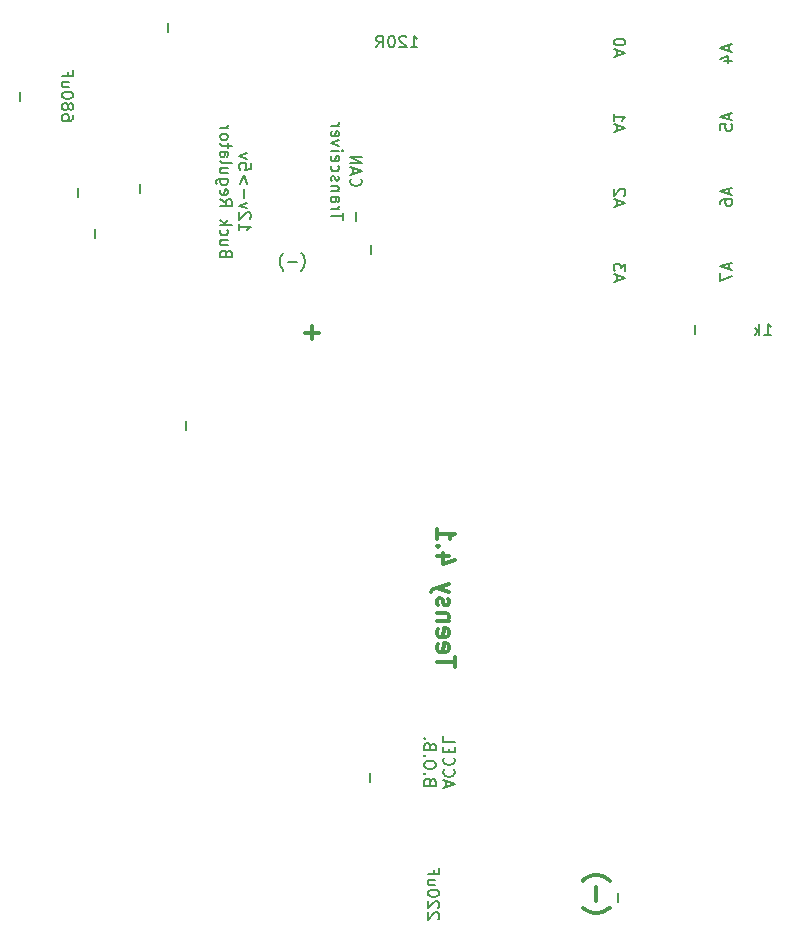
<source format=gbr>
%TF.GenerationSoftware,KiCad,Pcbnew,(6.0.1)*%
%TF.CreationDate,2022-03-26T18:04:58-07:00*%
%TF.ProjectId,data_logger_wsu_racing_v0.3.kicad_pro,64617461-5f6c-46f6-9767-65725f777375,rev?*%
%TF.SameCoordinates,Original*%
%TF.FileFunction,Legend,Bot*%
%TF.FilePolarity,Positive*%
%FSLAX46Y46*%
G04 Gerber Fmt 4.6, Leading zero omitted, Abs format (unit mm)*
G04 Created by KiCad (PCBNEW (6.0.1)) date 2022-03-26 18:04:58*
%MOMM*%
%LPD*%
G01*
G04 APERTURE LIST*
%ADD10C,0.300000*%
%ADD11C,0.150000*%
G04 APERTURE END LIST*
D10*
X105390000Y-119253142D02*
X105318571Y-119181714D01*
X105104285Y-119038857D01*
X104961428Y-118967428D01*
X104747142Y-118896000D01*
X104390000Y-118824571D01*
X104104285Y-118824571D01*
X103747142Y-118896000D01*
X103532857Y-118967428D01*
X103390000Y-119038857D01*
X103175714Y-119181714D01*
X103104285Y-119253142D01*
X104247142Y-119824571D02*
X104247142Y-120967428D01*
X105390000Y-121538857D02*
X105318571Y-121610285D01*
X105104285Y-121753142D01*
X104961428Y-121824571D01*
X104747142Y-121896000D01*
X104390000Y-121967428D01*
X104104285Y-121967428D01*
X103747142Y-121896000D01*
X103532857Y-121824571D01*
X103390000Y-121753142D01*
X103175714Y-121610285D01*
X103104285Y-121538857D01*
D11*
X65603428Y-61070217D02*
X65603428Y-60308312D01*
X55443428Y-53212952D02*
X55443428Y-52451047D01*
X118483047Y-73096380D02*
X119054476Y-73096380D01*
X118768761Y-73096380D02*
X118768761Y-72096380D01*
X118864000Y-72239238D01*
X118959238Y-72334476D01*
X119054476Y-72382095D01*
X118054476Y-73096380D02*
X118054476Y-72096380D01*
X117959238Y-72715428D02*
X117673523Y-73096380D01*
X117673523Y-72429714D02*
X118054476Y-72810666D01*
X61812742Y-64891010D02*
X61812742Y-64129105D01*
X106012026Y-49399115D02*
X106012026Y-48922925D01*
X105726312Y-49494353D02*
X106726312Y-49161020D01*
X105726312Y-48827687D01*
X106726312Y-48303877D02*
X106726312Y-48208639D01*
X106678693Y-48113401D01*
X106631073Y-48065782D01*
X106535835Y-48018163D01*
X106345359Y-47970544D01*
X106107264Y-47970544D01*
X105916788Y-48018163D01*
X105821550Y-48065782D01*
X105773931Y-48113401D01*
X105726312Y-48208639D01*
X105726312Y-48303877D01*
X105773931Y-48399115D01*
X105821550Y-48446734D01*
X105916788Y-48494353D01*
X106107264Y-48541972D01*
X106345359Y-48541972D01*
X106535835Y-48494353D01*
X106631073Y-48446734D01*
X106678693Y-48399115D01*
X106726312Y-48303877D01*
X79279820Y-66078939D02*
X79327439Y-66126558D01*
X79422677Y-66269415D01*
X79470296Y-66364653D01*
X79517916Y-66507511D01*
X79565535Y-66745606D01*
X79565535Y-66936082D01*
X79517916Y-67174177D01*
X79470296Y-67317034D01*
X79422677Y-67412273D01*
X79327439Y-67555130D01*
X79279820Y-67602749D01*
X78898868Y-66840844D02*
X78136963Y-66840844D01*
X77756011Y-66078939D02*
X77708392Y-66126558D01*
X77613154Y-66269415D01*
X77565535Y-66364653D01*
X77517916Y-66507511D01*
X77470296Y-66745606D01*
X77470296Y-66936082D01*
X77517916Y-67174177D01*
X77565535Y-67317034D01*
X77613154Y-67412273D01*
X77708392Y-67555130D01*
X77756011Y-67602749D01*
X83891428Y-63372952D02*
X83891428Y-62611047D01*
X115487621Y-60675013D02*
X115487621Y-61151203D01*
X115773335Y-60579775D02*
X114773335Y-60913108D01*
X115773335Y-61246441D01*
X114773335Y-62008346D02*
X114773335Y-61817870D01*
X114820955Y-61722632D01*
X114868574Y-61675013D01*
X115011431Y-61579775D01*
X115201907Y-61532156D01*
X115582859Y-61532156D01*
X115678097Y-61579775D01*
X115725716Y-61627394D01*
X115773335Y-61722632D01*
X115773335Y-61913108D01*
X115725716Y-62008346D01*
X115678097Y-62055965D01*
X115582859Y-62103584D01*
X115344764Y-62103584D01*
X115249526Y-62055965D01*
X115201907Y-62008346D01*
X115154288Y-61913108D01*
X115154288Y-61722632D01*
X115201907Y-61627394D01*
X115249526Y-61579775D01*
X115344764Y-61532156D01*
X115487621Y-67021552D02*
X115487621Y-67497742D01*
X115773335Y-66926314D02*
X114773335Y-67259647D01*
X115773335Y-67592980D01*
X114773335Y-67831076D02*
X114773335Y-68497742D01*
X115773335Y-68069171D01*
X74012619Y-63626666D02*
X74012619Y-64198095D01*
X74012619Y-63912380D02*
X75012619Y-63912380D01*
X74869761Y-64007619D01*
X74774523Y-64102857D01*
X74726904Y-64198095D01*
X74917380Y-63245714D02*
X74965000Y-63198095D01*
X75012619Y-63102857D01*
X75012619Y-62864761D01*
X74965000Y-62769523D01*
X74917380Y-62721904D01*
X74822142Y-62674285D01*
X74726904Y-62674285D01*
X74584047Y-62721904D01*
X74012619Y-63293333D01*
X74012619Y-62674285D01*
X74679285Y-62340952D02*
X74012619Y-62102857D01*
X74679285Y-61864761D01*
X74393571Y-61483809D02*
X74393571Y-60721904D01*
X74679285Y-60245714D02*
X74393571Y-59483809D01*
X74107857Y-60245714D01*
X75012619Y-58531428D02*
X75012619Y-59007619D01*
X74536428Y-59055238D01*
X74584047Y-59007619D01*
X74631666Y-58912380D01*
X74631666Y-58674285D01*
X74584047Y-58579047D01*
X74536428Y-58531428D01*
X74441190Y-58483809D01*
X74203095Y-58483809D01*
X74107857Y-58531428D01*
X74060238Y-58579047D01*
X74012619Y-58674285D01*
X74012619Y-58912380D01*
X74060238Y-59007619D01*
X74107857Y-59055238D01*
X74679285Y-58150476D02*
X74012619Y-57912380D01*
X74679285Y-57674285D01*
X72926428Y-66150476D02*
X72878809Y-66007619D01*
X72831190Y-65960000D01*
X72735952Y-65912380D01*
X72593095Y-65912380D01*
X72497857Y-65960000D01*
X72450238Y-66007619D01*
X72402619Y-66102857D01*
X72402619Y-66483809D01*
X73402619Y-66483809D01*
X73402619Y-66150476D01*
X73355000Y-66055238D01*
X73307380Y-66007619D01*
X73212142Y-65960000D01*
X73116904Y-65960000D01*
X73021666Y-66007619D01*
X72974047Y-66055238D01*
X72926428Y-66150476D01*
X72926428Y-66483809D01*
X73069285Y-65055238D02*
X72402619Y-65055238D01*
X73069285Y-65483809D02*
X72545476Y-65483809D01*
X72450238Y-65436190D01*
X72402619Y-65340952D01*
X72402619Y-65198095D01*
X72450238Y-65102857D01*
X72497857Y-65055238D01*
X72450238Y-64150476D02*
X72402619Y-64245714D01*
X72402619Y-64436190D01*
X72450238Y-64531428D01*
X72497857Y-64579047D01*
X72593095Y-64626666D01*
X72878809Y-64626666D01*
X72974047Y-64579047D01*
X73021666Y-64531428D01*
X73069285Y-64436190D01*
X73069285Y-64245714D01*
X73021666Y-64150476D01*
X72402619Y-63721904D02*
X73402619Y-63721904D01*
X72783571Y-63626666D02*
X72402619Y-63340952D01*
X73069285Y-63340952D02*
X72688333Y-63721904D01*
X72402619Y-61579047D02*
X72878809Y-61912380D01*
X72402619Y-62150476D02*
X73402619Y-62150476D01*
X73402619Y-61769523D01*
X73355000Y-61674285D01*
X73307380Y-61626666D01*
X73212142Y-61579047D01*
X73069285Y-61579047D01*
X72974047Y-61626666D01*
X72926428Y-61674285D01*
X72878809Y-61769523D01*
X72878809Y-62150476D01*
X72450238Y-60769523D02*
X72402619Y-60864761D01*
X72402619Y-61055238D01*
X72450238Y-61150476D01*
X72545476Y-61198095D01*
X72926428Y-61198095D01*
X73021666Y-61150476D01*
X73069285Y-61055238D01*
X73069285Y-60864761D01*
X73021666Y-60769523D01*
X72926428Y-60721904D01*
X72831190Y-60721904D01*
X72735952Y-61198095D01*
X73069285Y-59864761D02*
X72259761Y-59864761D01*
X72164523Y-59912380D01*
X72116904Y-59960000D01*
X72069285Y-60055238D01*
X72069285Y-60198095D01*
X72116904Y-60293333D01*
X72450238Y-59864761D02*
X72402619Y-59960000D01*
X72402619Y-60150476D01*
X72450238Y-60245714D01*
X72497857Y-60293333D01*
X72593095Y-60340952D01*
X72878809Y-60340952D01*
X72974047Y-60293333D01*
X73021666Y-60245714D01*
X73069285Y-60150476D01*
X73069285Y-59960000D01*
X73021666Y-59864761D01*
X73069285Y-58960000D02*
X72402619Y-58960000D01*
X73069285Y-59388571D02*
X72545476Y-59388571D01*
X72450238Y-59340952D01*
X72402619Y-59245714D01*
X72402619Y-59102857D01*
X72450238Y-59007619D01*
X72497857Y-58960000D01*
X72402619Y-58340952D02*
X72450238Y-58436190D01*
X72545476Y-58483809D01*
X73402619Y-58483809D01*
X72402619Y-57531428D02*
X72926428Y-57531428D01*
X73021666Y-57579047D01*
X73069285Y-57674285D01*
X73069285Y-57864761D01*
X73021666Y-57960000D01*
X72450238Y-57531428D02*
X72402619Y-57626666D01*
X72402619Y-57864761D01*
X72450238Y-57960000D01*
X72545476Y-58007619D01*
X72640714Y-58007619D01*
X72735952Y-57960000D01*
X72783571Y-57864761D01*
X72783571Y-57626666D01*
X72831190Y-57531428D01*
X73069285Y-57198095D02*
X73069285Y-56817142D01*
X73402619Y-57055238D02*
X72545476Y-57055238D01*
X72450238Y-57007619D01*
X72402619Y-56912380D01*
X72402619Y-56817142D01*
X72402619Y-56340952D02*
X72450238Y-56436190D01*
X72497857Y-56483809D01*
X72593095Y-56531428D01*
X72878809Y-56531428D01*
X72974047Y-56483809D01*
X73021666Y-56436190D01*
X73069285Y-56340952D01*
X73069285Y-56198095D01*
X73021666Y-56102857D01*
X72974047Y-56055238D01*
X72878809Y-56007619D01*
X72593095Y-56007619D01*
X72497857Y-56055238D01*
X72450238Y-56102857D01*
X72402619Y-56198095D01*
X72402619Y-56340952D01*
X72402619Y-55579047D02*
X73069285Y-55579047D01*
X72878809Y-55579047D02*
X72974047Y-55531428D01*
X73021666Y-55483809D01*
X73069285Y-55388571D01*
X73069285Y-55293333D01*
X85094677Y-110890989D02*
X85094677Y-110129084D01*
X106012026Y-68458783D02*
X106012026Y-67982593D01*
X105726312Y-68554021D02*
X106726312Y-68220688D01*
X105726312Y-67887355D01*
X106726312Y-67649259D02*
X106726312Y-67030212D01*
X106345359Y-67363545D01*
X106345359Y-67220688D01*
X106297740Y-67125450D01*
X106250121Y-67077831D01*
X106154883Y-67030212D01*
X105916788Y-67030212D01*
X105821550Y-67077831D01*
X105773931Y-67125450D01*
X105726312Y-67220688D01*
X105726312Y-67506402D01*
X105773931Y-67601640D01*
X105821550Y-67649259D01*
X59983619Y-54474857D02*
X59983619Y-54665333D01*
X59936000Y-54760571D01*
X59888380Y-54808190D01*
X59745523Y-54903428D01*
X59555047Y-54951047D01*
X59174095Y-54951047D01*
X59078857Y-54903428D01*
X59031238Y-54855809D01*
X58983619Y-54760571D01*
X58983619Y-54570095D01*
X59031238Y-54474857D01*
X59078857Y-54427238D01*
X59174095Y-54379619D01*
X59412190Y-54379619D01*
X59507428Y-54427238D01*
X59555047Y-54474857D01*
X59602666Y-54570095D01*
X59602666Y-54760571D01*
X59555047Y-54855809D01*
X59507428Y-54903428D01*
X59412190Y-54951047D01*
X59555047Y-53808190D02*
X59602666Y-53903428D01*
X59650285Y-53951047D01*
X59745523Y-53998666D01*
X59793142Y-53998666D01*
X59888380Y-53951047D01*
X59936000Y-53903428D01*
X59983619Y-53808190D01*
X59983619Y-53617714D01*
X59936000Y-53522476D01*
X59888380Y-53474857D01*
X59793142Y-53427238D01*
X59745523Y-53427238D01*
X59650285Y-53474857D01*
X59602666Y-53522476D01*
X59555047Y-53617714D01*
X59555047Y-53808190D01*
X59507428Y-53903428D01*
X59459809Y-53951047D01*
X59364571Y-53998666D01*
X59174095Y-53998666D01*
X59078857Y-53951047D01*
X59031238Y-53903428D01*
X58983619Y-53808190D01*
X58983619Y-53617714D01*
X59031238Y-53522476D01*
X59078857Y-53474857D01*
X59174095Y-53427238D01*
X59364571Y-53427238D01*
X59459809Y-53474857D01*
X59507428Y-53522476D01*
X59555047Y-53617714D01*
X59983619Y-52808190D02*
X59983619Y-52712952D01*
X59936000Y-52617714D01*
X59888380Y-52570095D01*
X59793142Y-52522476D01*
X59602666Y-52474857D01*
X59364571Y-52474857D01*
X59174095Y-52522476D01*
X59078857Y-52570095D01*
X59031238Y-52617714D01*
X58983619Y-52712952D01*
X58983619Y-52808190D01*
X59031238Y-52903428D01*
X59078857Y-52951047D01*
X59174095Y-52998666D01*
X59364571Y-53046285D01*
X59602666Y-53046285D01*
X59793142Y-52998666D01*
X59888380Y-52951047D01*
X59936000Y-52903428D01*
X59983619Y-52808190D01*
X59650285Y-51617714D02*
X58983619Y-51617714D01*
X59650285Y-52046285D02*
X59126476Y-52046285D01*
X59031238Y-51998666D01*
X58983619Y-51903428D01*
X58983619Y-51760571D01*
X59031238Y-51665333D01*
X59078857Y-51617714D01*
X59507428Y-50808190D02*
X59507428Y-51141523D01*
X58983619Y-51141523D02*
X59983619Y-51141523D01*
X59983619Y-50665333D01*
X85161428Y-66166952D02*
X85161428Y-65405047D01*
X106012026Y-62112245D02*
X106012026Y-61636055D01*
X105726312Y-62207483D02*
X106726312Y-61874150D01*
X105726312Y-61540817D01*
X106631073Y-61255102D02*
X106678693Y-61207483D01*
X106726312Y-61112245D01*
X106726312Y-60874150D01*
X106678693Y-60778912D01*
X106631073Y-60731293D01*
X106535835Y-60683674D01*
X106440597Y-60683674D01*
X106297740Y-60731293D01*
X105726312Y-61302721D01*
X105726312Y-60683674D01*
X115482666Y-48561714D02*
X115482666Y-49037904D01*
X115768380Y-48466476D02*
X114768380Y-48799809D01*
X115768380Y-49133142D01*
X115101714Y-49895047D02*
X115768380Y-49895047D01*
X114720761Y-49656952D02*
X115435047Y-49418857D01*
X115435047Y-50037904D01*
X69525410Y-81131247D02*
X69525410Y-80369342D01*
D10*
X92261428Y-101178571D02*
X92261428Y-100321428D01*
X90761428Y-100750000D02*
X92261428Y-100750000D01*
X90832857Y-99250000D02*
X90761428Y-99392857D01*
X90761428Y-99678571D01*
X90832857Y-99821428D01*
X90975714Y-99892857D01*
X91547142Y-99892857D01*
X91690000Y-99821428D01*
X91761428Y-99678571D01*
X91761428Y-99392857D01*
X91690000Y-99250000D01*
X91547142Y-99178571D01*
X91404285Y-99178571D01*
X91261428Y-99892857D01*
X90832857Y-97964285D02*
X90761428Y-98107142D01*
X90761428Y-98392857D01*
X90832857Y-98535714D01*
X90975714Y-98607142D01*
X91547142Y-98607142D01*
X91690000Y-98535714D01*
X91761428Y-98392857D01*
X91761428Y-98107142D01*
X91690000Y-97964285D01*
X91547142Y-97892857D01*
X91404285Y-97892857D01*
X91261428Y-98607142D01*
X91761428Y-97250000D02*
X90761428Y-97250000D01*
X91618571Y-97250000D02*
X91690000Y-97178571D01*
X91761428Y-97035714D01*
X91761428Y-96821428D01*
X91690000Y-96678571D01*
X91547142Y-96607142D01*
X90761428Y-96607142D01*
X90832857Y-95964285D02*
X90761428Y-95821428D01*
X90761428Y-95535714D01*
X90832857Y-95392857D01*
X90975714Y-95321428D01*
X91047142Y-95321428D01*
X91190000Y-95392857D01*
X91261428Y-95535714D01*
X91261428Y-95750000D01*
X91332857Y-95892857D01*
X91475714Y-95964285D01*
X91547142Y-95964285D01*
X91690000Y-95892857D01*
X91761428Y-95750000D01*
X91761428Y-95535714D01*
X91690000Y-95392857D01*
X91761428Y-94821428D02*
X90761428Y-94464285D01*
X91761428Y-94107142D02*
X90761428Y-94464285D01*
X90404285Y-94607142D01*
X90332857Y-94678571D01*
X90261428Y-94821428D01*
X91761428Y-91750000D02*
X90761428Y-91750000D01*
X92332857Y-92107142D02*
X91261428Y-92464285D01*
X91261428Y-91535714D01*
X90904285Y-90964285D02*
X90832857Y-90892857D01*
X90761428Y-90964285D01*
X90832857Y-91035714D01*
X90904285Y-90964285D01*
X90761428Y-90964285D01*
X90761428Y-89464285D02*
X90761428Y-90321428D01*
X90761428Y-89892857D02*
X92261428Y-89892857D01*
X92047142Y-90035714D01*
X91904285Y-90178571D01*
X91832857Y-90321428D01*
D11*
X90876380Y-122515047D02*
X90924000Y-122467428D01*
X90971619Y-122372190D01*
X90971619Y-122134095D01*
X90924000Y-122038857D01*
X90876380Y-121991238D01*
X90781142Y-121943619D01*
X90685904Y-121943619D01*
X90543047Y-121991238D01*
X89971619Y-122562666D01*
X89971619Y-121943619D01*
X90876380Y-121562666D02*
X90924000Y-121515047D01*
X90971619Y-121419809D01*
X90971619Y-121181714D01*
X90924000Y-121086476D01*
X90876380Y-121038857D01*
X90781142Y-120991238D01*
X90685904Y-120991238D01*
X90543047Y-121038857D01*
X89971619Y-121610285D01*
X89971619Y-120991238D01*
X90971619Y-120372190D02*
X90971619Y-120276952D01*
X90924000Y-120181714D01*
X90876380Y-120134095D01*
X90781142Y-120086476D01*
X90590666Y-120038857D01*
X90352571Y-120038857D01*
X90162095Y-120086476D01*
X90066857Y-120134095D01*
X90019238Y-120181714D01*
X89971619Y-120276952D01*
X89971619Y-120372190D01*
X90019238Y-120467428D01*
X90066857Y-120515047D01*
X90162095Y-120562666D01*
X90352571Y-120610285D01*
X90590666Y-120610285D01*
X90781142Y-120562666D01*
X90876380Y-120515047D01*
X90924000Y-120467428D01*
X90971619Y-120372190D01*
X90638285Y-119181714D02*
X89971619Y-119181714D01*
X90638285Y-119610285D02*
X90114476Y-119610285D01*
X90019238Y-119562666D01*
X89971619Y-119467428D01*
X89971619Y-119324571D01*
X90019238Y-119229333D01*
X90066857Y-119181714D01*
X90495428Y-118372190D02*
X90495428Y-118705523D01*
X89971619Y-118705523D02*
X90971619Y-118705523D01*
X90971619Y-118229333D01*
D10*
X80746902Y-72854793D02*
X79604045Y-72854793D01*
X80175474Y-73426222D02*
X80175474Y-72283365D01*
D11*
X91570333Y-111315238D02*
X91570333Y-110839047D01*
X91284619Y-111410476D02*
X92284619Y-111077142D01*
X91284619Y-110743809D01*
X91379857Y-109839047D02*
X91332238Y-109886666D01*
X91284619Y-110029523D01*
X91284619Y-110124761D01*
X91332238Y-110267619D01*
X91427476Y-110362857D01*
X91522714Y-110410476D01*
X91713190Y-110458095D01*
X91856047Y-110458095D01*
X92046523Y-110410476D01*
X92141761Y-110362857D01*
X92237000Y-110267619D01*
X92284619Y-110124761D01*
X92284619Y-110029523D01*
X92237000Y-109886666D01*
X92189380Y-109839047D01*
X91379857Y-108839047D02*
X91332238Y-108886666D01*
X91284619Y-109029523D01*
X91284619Y-109124761D01*
X91332238Y-109267619D01*
X91427476Y-109362857D01*
X91522714Y-109410476D01*
X91713190Y-109458095D01*
X91856047Y-109458095D01*
X92046523Y-109410476D01*
X92141761Y-109362857D01*
X92237000Y-109267619D01*
X92284619Y-109124761D01*
X92284619Y-109029523D01*
X92237000Y-108886666D01*
X92189380Y-108839047D01*
X91808428Y-108410476D02*
X91808428Y-108077142D01*
X91284619Y-107934285D02*
X91284619Y-108410476D01*
X92284619Y-108410476D01*
X92284619Y-107934285D01*
X91284619Y-107029523D02*
X91284619Y-107505714D01*
X92284619Y-107505714D01*
X90198428Y-110886666D02*
X90150809Y-110743809D01*
X90103190Y-110696190D01*
X90007952Y-110648571D01*
X89865095Y-110648571D01*
X89769857Y-110696190D01*
X89722238Y-110743809D01*
X89674619Y-110839047D01*
X89674619Y-111220000D01*
X90674619Y-111220000D01*
X90674619Y-110886666D01*
X90627000Y-110791428D01*
X90579380Y-110743809D01*
X90484142Y-110696190D01*
X90388904Y-110696190D01*
X90293666Y-110743809D01*
X90246047Y-110791428D01*
X90198428Y-110886666D01*
X90198428Y-111220000D01*
X89769857Y-110220000D02*
X89722238Y-110172380D01*
X89674619Y-110220000D01*
X89722238Y-110267619D01*
X89769857Y-110220000D01*
X89674619Y-110220000D01*
X90674619Y-109553333D02*
X90674619Y-109362857D01*
X90627000Y-109267619D01*
X90531761Y-109172380D01*
X90341285Y-109124761D01*
X90007952Y-109124761D01*
X89817476Y-109172380D01*
X89722238Y-109267619D01*
X89674619Y-109362857D01*
X89674619Y-109553333D01*
X89722238Y-109648571D01*
X89817476Y-109743809D01*
X90007952Y-109791428D01*
X90341285Y-109791428D01*
X90531761Y-109743809D01*
X90627000Y-109648571D01*
X90674619Y-109553333D01*
X89769857Y-108696190D02*
X89722238Y-108648571D01*
X89674619Y-108696190D01*
X89722238Y-108743809D01*
X89769857Y-108696190D01*
X89674619Y-108696190D01*
X90198428Y-107886666D02*
X90150809Y-107743809D01*
X90103190Y-107696190D01*
X90007952Y-107648571D01*
X89865095Y-107648571D01*
X89769857Y-107696190D01*
X89722238Y-107743809D01*
X89674619Y-107839047D01*
X89674619Y-108220000D01*
X90674619Y-108220000D01*
X90674619Y-107886666D01*
X90627000Y-107791428D01*
X90579380Y-107743809D01*
X90484142Y-107696190D01*
X90388904Y-107696190D01*
X90293666Y-107743809D01*
X90246047Y-107791428D01*
X90198428Y-107886666D01*
X90198428Y-108220000D01*
X89769857Y-107220000D02*
X89722238Y-107172380D01*
X89674619Y-107220000D01*
X89722238Y-107267619D01*
X89769857Y-107220000D01*
X89674619Y-107220000D01*
X88542666Y-48712380D02*
X89114095Y-48712380D01*
X88828380Y-48712380D02*
X88828380Y-47712380D01*
X88923619Y-47855238D01*
X89018857Y-47950476D01*
X89114095Y-47998095D01*
X88161714Y-47807619D02*
X88114095Y-47760000D01*
X88018857Y-47712380D01*
X87780761Y-47712380D01*
X87685523Y-47760000D01*
X87637904Y-47807619D01*
X87590285Y-47902857D01*
X87590285Y-47998095D01*
X87637904Y-48140952D01*
X88209333Y-48712380D01*
X87590285Y-48712380D01*
X86971238Y-47712380D02*
X86876000Y-47712380D01*
X86780761Y-47760000D01*
X86733142Y-47807619D01*
X86685523Y-47902857D01*
X86637904Y-48093333D01*
X86637904Y-48331428D01*
X86685523Y-48521904D01*
X86733142Y-48617142D01*
X86780761Y-48664761D01*
X86876000Y-48712380D01*
X86971238Y-48712380D01*
X87066476Y-48664761D01*
X87114095Y-48617142D01*
X87161714Y-48521904D01*
X87209333Y-48331428D01*
X87209333Y-48093333D01*
X87161714Y-47902857D01*
X87114095Y-47807619D01*
X87066476Y-47760000D01*
X86971238Y-47712380D01*
X85637904Y-48712380D02*
X85971238Y-48236190D01*
X86209333Y-48712380D02*
X86209333Y-47712380D01*
X85828380Y-47712380D01*
X85733142Y-47760000D01*
X85685523Y-47807619D01*
X85637904Y-47902857D01*
X85637904Y-48045714D01*
X85685523Y-48140952D01*
X85733142Y-48188571D01*
X85828380Y-48236190D01*
X86209333Y-48236190D01*
X83505857Y-59824857D02*
X83458238Y-59872476D01*
X83410619Y-60015333D01*
X83410619Y-60110571D01*
X83458238Y-60253428D01*
X83553476Y-60348666D01*
X83648714Y-60396285D01*
X83839190Y-60443904D01*
X83982047Y-60443904D01*
X84172523Y-60396285D01*
X84267761Y-60348666D01*
X84363000Y-60253428D01*
X84410619Y-60110571D01*
X84410619Y-60015333D01*
X84363000Y-59872476D01*
X84315380Y-59824857D01*
X83696333Y-59443904D02*
X83696333Y-58967714D01*
X83410619Y-59539142D02*
X84410619Y-59205809D01*
X83410619Y-58872476D01*
X83410619Y-58539142D02*
X84410619Y-58539142D01*
X83410619Y-57967714D01*
X84410619Y-57967714D01*
X82800619Y-63301047D02*
X82800619Y-62729619D01*
X81800619Y-63015333D02*
X82800619Y-63015333D01*
X81800619Y-62396285D02*
X82467285Y-62396285D01*
X82276809Y-62396285D02*
X82372047Y-62348666D01*
X82419666Y-62301047D01*
X82467285Y-62205809D01*
X82467285Y-62110571D01*
X81800619Y-61348666D02*
X82324428Y-61348666D01*
X82419666Y-61396285D01*
X82467285Y-61491523D01*
X82467285Y-61682000D01*
X82419666Y-61777238D01*
X81848238Y-61348666D02*
X81800619Y-61443904D01*
X81800619Y-61682000D01*
X81848238Y-61777238D01*
X81943476Y-61824857D01*
X82038714Y-61824857D01*
X82133952Y-61777238D01*
X82181571Y-61682000D01*
X82181571Y-61443904D01*
X82229190Y-61348666D01*
X82467285Y-60872476D02*
X81800619Y-60872476D01*
X82372047Y-60872476D02*
X82419666Y-60824857D01*
X82467285Y-60729619D01*
X82467285Y-60586761D01*
X82419666Y-60491523D01*
X82324428Y-60443904D01*
X81800619Y-60443904D01*
X81848238Y-60015333D02*
X81800619Y-59920095D01*
X81800619Y-59729619D01*
X81848238Y-59634380D01*
X81943476Y-59586761D01*
X81991095Y-59586761D01*
X82086333Y-59634380D01*
X82133952Y-59729619D01*
X82133952Y-59872476D01*
X82181571Y-59967714D01*
X82276809Y-60015333D01*
X82324428Y-60015333D01*
X82419666Y-59967714D01*
X82467285Y-59872476D01*
X82467285Y-59729619D01*
X82419666Y-59634380D01*
X81848238Y-58729619D02*
X81800619Y-58824857D01*
X81800619Y-59015333D01*
X81848238Y-59110571D01*
X81895857Y-59158190D01*
X81991095Y-59205809D01*
X82276809Y-59205809D01*
X82372047Y-59158190D01*
X82419666Y-59110571D01*
X82467285Y-59015333D01*
X82467285Y-58824857D01*
X82419666Y-58729619D01*
X81848238Y-57920095D02*
X81800619Y-58015333D01*
X81800619Y-58205809D01*
X81848238Y-58301047D01*
X81943476Y-58348666D01*
X82324428Y-58348666D01*
X82419666Y-58301047D01*
X82467285Y-58205809D01*
X82467285Y-58015333D01*
X82419666Y-57920095D01*
X82324428Y-57872476D01*
X82229190Y-57872476D01*
X82133952Y-58348666D01*
X81800619Y-57443904D02*
X82467285Y-57443904D01*
X82800619Y-57443904D02*
X82753000Y-57491523D01*
X82705380Y-57443904D01*
X82753000Y-57396285D01*
X82800619Y-57443904D01*
X82705380Y-57443904D01*
X82467285Y-57062952D02*
X81800619Y-56824857D01*
X82467285Y-56586761D01*
X81848238Y-55824857D02*
X81800619Y-55920095D01*
X81800619Y-56110571D01*
X81848238Y-56205809D01*
X81943476Y-56253428D01*
X82324428Y-56253428D01*
X82419666Y-56205809D01*
X82467285Y-56110571D01*
X82467285Y-55920095D01*
X82419666Y-55824857D01*
X82324428Y-55777238D01*
X82229190Y-55777238D01*
X82133952Y-56253428D01*
X81800619Y-55348666D02*
X82467285Y-55348666D01*
X82276809Y-55348666D02*
X82372047Y-55301047D01*
X82419666Y-55253428D01*
X82467285Y-55158190D01*
X82467285Y-55062952D01*
X68036482Y-47397693D02*
X68036482Y-46635788D01*
X60419453Y-61346902D02*
X60419453Y-60584997D01*
X115487621Y-54328475D02*
X115487621Y-54804665D01*
X115773335Y-54233237D02*
X114773335Y-54566570D01*
X115773335Y-54899903D01*
X114773335Y-55709427D02*
X114773335Y-55233237D01*
X115249526Y-55185618D01*
X115201907Y-55233237D01*
X115154288Y-55328475D01*
X115154288Y-55566570D01*
X115201907Y-55661808D01*
X115249526Y-55709427D01*
X115344764Y-55757046D01*
X115582859Y-55757046D01*
X115678097Y-55709427D01*
X115725716Y-55661808D01*
X115773335Y-55566570D01*
X115773335Y-55328475D01*
X115725716Y-55233237D01*
X115678097Y-55185618D01*
X106012026Y-55765706D02*
X106012026Y-55289516D01*
X105726312Y-55860944D02*
X106726312Y-55527611D01*
X105726312Y-55194278D01*
X105726312Y-54337135D02*
X105726312Y-54908563D01*
X105726312Y-54622849D02*
X106726312Y-54622849D01*
X106583454Y-54718087D01*
X106488216Y-54813325D01*
X106440597Y-54908563D01*
X112610305Y-72948104D02*
X112610305Y-72186199D01*
X106055834Y-121040992D02*
X106055834Y-120279087D01*
M02*

</source>
